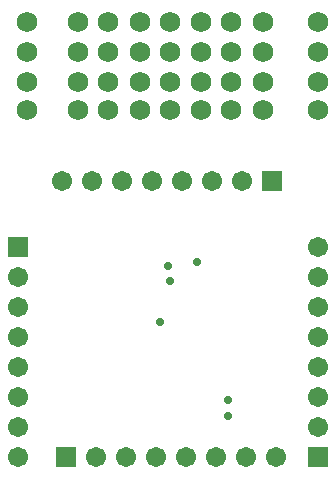
<source format=gbs>
G04*
G04 #@! TF.GenerationSoftware,Altium Limited,Altium Designer,20.1.11 (218)*
G04*
G04 Layer_Color=16711935*
%FSLAX25Y25*%
%MOIN*%
G70*
G04*
G04 #@! TF.SameCoordinates,36FDBAD9-5122-4A0A-A9A9-D65628025C9C*
G04*
G04*
G04 #@! TF.FilePolarity,Negative*
G04*
G01*
G75*
%ADD25R,0.06706X0.06706*%
%ADD26C,0.06706*%
%ADD27R,0.06706X0.06706*%
%ADD28C,0.02800*%
%ADD29C,0.06800*%
D25*
X580000Y130000D02*
D03*
X648500Y222000D02*
D03*
D26*
X590000Y130000D02*
D03*
X600000D02*
D03*
X610000D02*
D03*
X620000D02*
D03*
X630000D02*
D03*
X640000D02*
D03*
X650000D02*
D03*
X564000Y190000D02*
D03*
Y180000D02*
D03*
Y170000D02*
D03*
Y160000D02*
D03*
Y150000D02*
D03*
Y140000D02*
D03*
Y130000D02*
D03*
X664000Y140000D02*
D03*
Y150000D02*
D03*
Y160000D02*
D03*
Y170000D02*
D03*
Y180000D02*
D03*
Y190000D02*
D03*
Y200000D02*
D03*
X638500Y222000D02*
D03*
X628500D02*
D03*
X618500D02*
D03*
X608500D02*
D03*
X598500D02*
D03*
X588500D02*
D03*
X578500D02*
D03*
D27*
X564000Y200000D02*
D03*
X664000Y130000D02*
D03*
D28*
X623500Y195000D02*
D03*
X614000Y193500D02*
D03*
X614500Y188500D02*
D03*
X611412Y174912D02*
D03*
X634000Y149000D02*
D03*
Y143500D02*
D03*
D29*
X664000Y245500D02*
D03*
Y255000D02*
D03*
Y265000D02*
D03*
Y275000D02*
D03*
X625000Y245500D02*
D03*
Y255000D02*
D03*
Y265000D02*
D03*
Y275000D02*
D03*
X635000D02*
D03*
Y265000D02*
D03*
Y255000D02*
D03*
Y245500D02*
D03*
X645500Y275000D02*
D03*
Y265000D02*
D03*
Y255000D02*
D03*
Y245500D02*
D03*
X604500D02*
D03*
Y255000D02*
D03*
Y265000D02*
D03*
Y275000D02*
D03*
X614500D02*
D03*
Y265000D02*
D03*
Y255000D02*
D03*
Y245500D02*
D03*
X594000D02*
D03*
Y255000D02*
D03*
Y265000D02*
D03*
Y275000D02*
D03*
X584000D02*
D03*
Y265000D02*
D03*
Y255000D02*
D03*
Y245500D02*
D03*
X567000D02*
D03*
Y255000D02*
D03*
Y265000D02*
D03*
Y275000D02*
D03*
M02*

</source>
